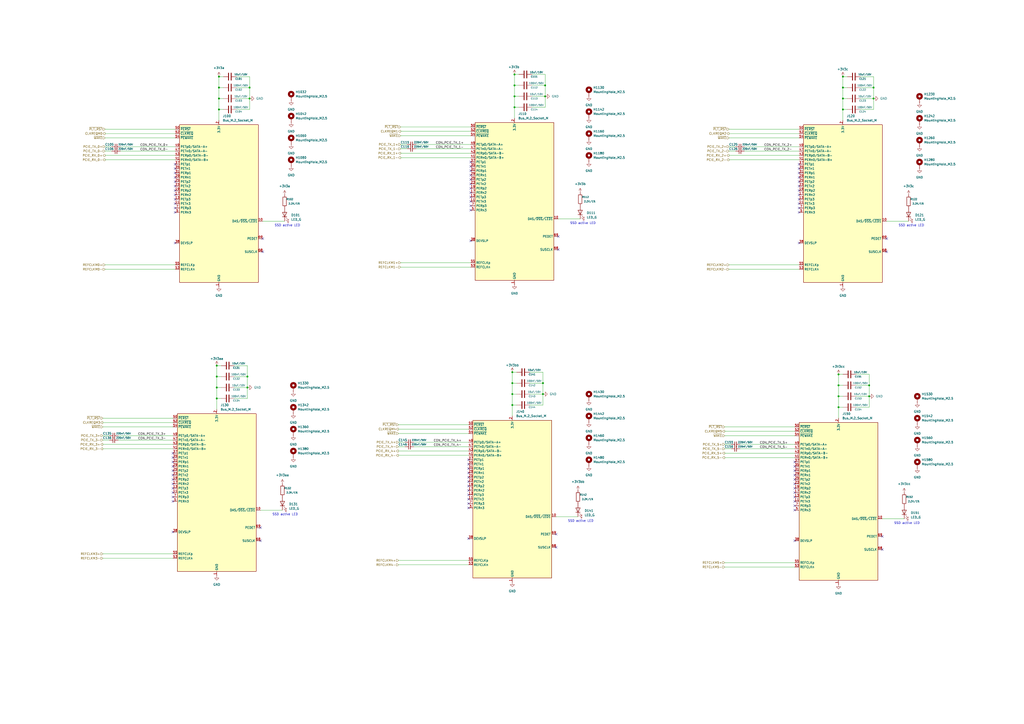
<source format=kicad_sch>
(kicad_sch (version 20231120) (generator "eeschema") (generator_version "8.0")
  (paper "A2")
  (title_block (title "nvme Carrier for LattePanda Mu") (date "2024-07-13") (rev "V1.0"))
  (junction (at 297.18 228.6))
  (junction (at 127 44.45))
  (junction (at 486.41 217.17))
  (junction (at 127 50.8))
  (junction (at 127 57.15))
  (junction (at 125.73 224.79))
  (junction (at 316.23 55.88))
  (junction (at 506.73 57.15))
  (junction (at 127 63.5))
  (junction (at 314.96 228.6))
  (junction (at 143.51 218.44))
  (junction (at 297.18 222.25))
  (junction (at 298.45 62.23))
  (junction (at 298.45 43.18))
  (junction (at 125.73 218.44))
  (junction (at 488.95 57.15))
  (junction (at 488.95 50.8))
  (junction (at 486.41 229.87))
  (junction (at 298.45 49.53))
  (junction (at 125.73 231.14))
  (junction (at 486.41 223.52))
  (junction (at 144.78 50.8))
  (junction (at 486.41 236.22))
  (junction (at 504.19 229.87))
  (junction (at 314.96 222.25))
  (junction (at 144.78 57.15))
  (junction (at 143.51 224.79))
  (junction (at 297.18 234.95))
  (junction (at 506.73 50.8))
  (junction (at 488.95 44.45))
  (junction (at 297.18 215.9))
  (junction (at 316.23 49.53))
  (junction (at 504.19 223.52))
  (junction (at 488.95 63.5))
  (junction (at 298.45 55.88))
  (junction (at 125.73 212.09))
  (no_connect (at 101.6 123.19))
  (no_connect (at 271.78 289.56))
  (no_connect (at 271.78 269.24))
  (no_connect (at 463.55 97.79))
  (no_connect (at 273.05 96.52))
  (no_connect (at 461.01 285.75))
  (no_connect (at 152.4 138.43))
  (no_connect (at 271.78 276.86))
  (no_connect (at 461.01 273.05))
  (no_connect (at 271.78 266.7))
  (no_connect (at 463.55 102.87))
  (no_connect (at 463.55 113.03))
  (no_connect (at 100.33 308.61))
  (no_connect (at 101.6 115.57))
  (no_connect (at 323.85 137.16))
  (no_connect (at 101.6 107.95))
  (no_connect (at 323.85 144.78))
  (no_connect (at 101.6 110.49))
  (no_connect (at 463.55 118.11))
  (no_connect (at 463.55 140.97))
  (no_connect (at 101.6 102.87))
  (no_connect (at 273.05 104.14))
  (no_connect (at 463.55 105.41))
  (no_connect (at 322.58 317.5))
  (no_connect (at 273.05 121.92))
  (no_connect (at 271.78 287.02))
  (no_connect (at 151.13 313.69))
  (no_connect (at 101.6 120.65))
  (no_connect (at 463.55 95.25))
  (no_connect (at 273.05 109.22))
  (no_connect (at 463.55 110.49))
  (no_connect (at 322.58 309.88))
  (no_connect (at 461.01 275.59))
  (no_connect (at 511.81 311.15))
  (no_connect (at 461.01 290.83))
  (no_connect (at 101.6 140.97))
  (no_connect (at 100.33 265.43))
  (no_connect (at 273.05 93.98))
  (no_connect (at 463.55 100.33))
  (no_connect (at 273.05 101.6))
  (no_connect (at 100.33 273.05))
  (no_connect (at 101.6 118.11))
  (no_connect (at 271.78 284.48))
  (no_connect (at 461.01 278.13))
  (no_connect (at 461.01 313.69))
  (no_connect (at 273.05 106.68))
  (no_connect (at 461.01 267.97))
  (no_connect (at 100.33 290.83))
  (no_connect (at 100.33 270.51))
  (no_connect (at 271.78 274.32))
  (no_connect (at 463.55 115.57))
  (no_connect (at 100.33 267.97))
  (no_connect (at 463.55 120.65))
  (no_connect (at 461.01 283.21))
  (no_connect (at 271.78 271.78))
  (no_connect (at 101.6 105.41))
  (no_connect (at 461.01 293.37))
  (no_connect (at 273.05 119.38))
  (no_connect (at 461.01 295.91))
  (no_connect (at 271.78 292.1))
  (no_connect (at 101.6 95.25))
  (no_connect (at 100.33 285.75))
  (no_connect (at 271.78 279.4))
  (no_connect (at 514.35 138.43))
  (no_connect (at 101.6 97.79))
  (no_connect (at 151.13 306.07))
  (no_connect (at 271.78 312.42))
  (no_connect (at 461.01 280.67))
  (no_connect (at 461.01 288.29))
  (no_connect (at 271.78 281.94))
  (no_connect (at 273.05 114.3))
  (no_connect (at 100.33 262.89))
  (no_connect (at 463.55 123.19))
  (no_connect (at 100.33 288.29))
  (no_connect (at 271.78 294.64))
  (no_connect (at 273.05 139.7))
  (no_connect (at 273.05 116.84))
  (no_connect (at 100.33 280.67))
  (no_connect (at 511.81 318.77))
  (no_connect (at 100.33 278.13))
  (no_connect (at 152.4 146.05))
  (no_connect (at 273.05 111.76))
  (no_connect (at 100.33 283.21))
  (no_connect (at 100.33 275.59))
  (no_connect (at 514.35 146.05))
  (no_connect (at 461.01 270.51))
  (no_connect (at 463.55 107.95))
  (no_connect (at 273.05 99.06))
  (no_connect (at 101.6 113.03))
  (no_connect (at 101.6 100.33))
  (wire (pts (xy 504.19 217.17) (xy 504.19 223.52)))
  (wire (pts (xy 308.61 49.53) (xy 316.23 49.53)))
  (wire (pts (xy 514.35 128.27) (xy 527.05 128.27)))
  (wire (pts (xy 125.73 231.14) (xy 125.73 237.49)))
  (wire (pts (xy 307.34 215.9) (xy 314.96 215.9)))
  (wire (pts (xy 298.45 49.53) (xy 298.45 55.88)))
  (wire (pts (xy 316.23 49.53) (xy 316.23 55.88)))
  (wire (pts (xy 59.69 257.81) (xy 100.33 257.81)))
  (wire (pts (xy 486.41 236.22) (xy 486.41 242.57)))
  (wire (pts (xy 144.78 50.8) (xy 144.78 57.15)))
  (wire (pts (xy 232.41 152.4) (xy 273.05 152.4)))
  (wire (pts (xy 491.49 63.5) (xy 488.95 63.5)))
  (wire (pts (xy 59.69 245.11) (xy 100.33 245.11)))
  (wire (pts (xy 431.8 85.09) (xy 463.55 85.09)))
  (wire (pts (xy 499.11 63.5) (xy 506.73 63.5)))
  (wire (pts (xy 422.91 77.47) (xy 463.55 77.47)))
  (wire (pts (xy 232.41 88.9) (xy 273.05 88.9)))
  (wire (pts (xy 68.58 252.73) (xy 100.33 252.73)))
  (wire (pts (xy 307.34 234.95) (xy 314.96 234.95)))
  (wire (pts (xy 298.45 62.23) (xy 298.45 68.58)))
  (wire (pts (xy 60.96 87.63) (xy 64.77 87.63)))
  (wire (pts (xy 299.72 234.95) (xy 297.18 234.95)))
  (wire (pts (xy 506.73 44.45) (xy 506.73 50.8)))
  (wire (pts (xy 420.37 257.81) (xy 424.18 257.81)))
  (wire (pts (xy 59.69 323.85) (xy 100.33 323.85)))
  (wire (pts (xy 297.18 222.25) (xy 299.72 222.25)))
  (wire (pts (xy 488.95 50.8) (xy 488.95 57.15)))
  (wire (pts (xy 314.96 222.25) (xy 314.96 228.6)))
  (wire (pts (xy 420.37 326.39) (xy 461.01 326.39)))
  (wire (pts (xy 429.26 260.35) (xy 461.01 260.35)))
  (wire (pts (xy 422.91 156.21) (xy 463.55 156.21)))
  (wire (pts (xy 499.11 57.15) (xy 506.73 57.15)))
  (wire (pts (xy 488.95 50.8) (xy 491.49 50.8)))
  (wire (pts (xy 486.41 229.87) (xy 486.41 236.22)))
  (wire (pts (xy 232.41 83.82) (xy 236.22 83.82)))
  (wire (pts (xy 127 63.5) (xy 127 69.85)))
  (wire (pts (xy 59.69 321.31) (xy 100.33 321.31)))
  (wire (pts (xy 420.37 328.93) (xy 461.01 328.93)))
  (wire (pts (xy 127 50.8) (xy 127 57.15)))
  (wire (pts (xy 316.23 43.18) (xy 316.23 49.53)))
  (wire (pts (xy 127 44.45) (xy 129.54 44.45)))
  (wire (pts (xy 59.69 260.35) (xy 100.33 260.35)))
  (wire (pts (xy 298.45 43.18) (xy 300.99 43.18)))
  (wire (pts (xy 59.69 247.65) (xy 100.33 247.65)))
  (wire (pts (xy 420.37 260.35) (xy 424.18 260.35)))
  (wire (pts (xy 232.41 154.94) (xy 273.05 154.94)))
  (wire (pts (xy 144.78 44.45) (xy 144.78 50.8)))
  (wire (pts (xy 129.54 57.15) (xy 127 57.15)))
  (wire (pts (xy 506.73 50.8) (xy 506.73 57.15)))
  (wire (pts (xy 499.11 44.45) (xy 506.73 44.45)))
  (wire (pts (xy 125.73 218.44) (xy 125.73 224.79)))
  (wire (pts (xy 420.37 265.43) (xy 461.01 265.43)))
  (wire (pts (xy 491.49 57.15) (xy 488.95 57.15)))
  (wire (pts (xy 297.18 228.6) (xy 297.18 234.95)))
  (wire (pts (xy 231.14 246.38) (xy 271.78 246.38)))
  (wire (pts (xy 137.16 50.8) (xy 144.78 50.8)))
  (wire (pts (xy 240.03 259.08) (xy 271.78 259.08)))
  (wire (pts (xy 129.54 63.5) (xy 127 63.5)))
  (wire (pts (xy 127 44.45) (xy 127 50.8)))
  (wire (pts (xy 231.14 259.08) (xy 234.95 259.08)))
  (wire (pts (xy 125.73 224.79) (xy 125.73 231.14)))
  (wire (pts (xy 60.96 74.93) (xy 101.6 74.93)))
  (wire (pts (xy 496.57 217.17) (xy 504.19 217.17)))
  (wire (pts (xy 232.41 73.66) (xy 273.05 73.66)))
  (wire (pts (xy 308.61 55.88) (xy 316.23 55.88)))
  (wire (pts (xy 60.96 85.09) (xy 64.77 85.09)))
  (wire (pts (xy 137.16 44.45) (xy 144.78 44.45)))
  (wire (pts (xy 60.96 80.01) (xy 101.6 80.01)))
  (wire (pts (xy 300.99 55.88) (xy 298.45 55.88)))
  (wire (pts (xy 300.99 62.23) (xy 298.45 62.23)))
  (wire (pts (xy 231.14 251.46) (xy 271.78 251.46)))
  (wire (pts (xy 299.72 228.6) (xy 297.18 228.6)))
  (wire (pts (xy 298.45 49.53) (xy 300.99 49.53)))
  (wire (pts (xy 422.91 80.01) (xy 463.55 80.01)))
  (wire (pts (xy 240.03 256.54) (xy 271.78 256.54)))
  (wire (pts (xy 504.19 236.22) (xy 504.19 229.87)))
  (wire (pts (xy 60.96 153.67) (xy 101.6 153.67)))
  (wire (pts (xy 231.14 327.66) (xy 271.78 327.66)))
  (wire (pts (xy 68.58 255.27) (xy 100.33 255.27)))
  (wire (pts (xy 135.89 224.79) (xy 143.51 224.79)))
  (wire (pts (xy 60.96 156.21) (xy 101.6 156.21)))
  (wire (pts (xy 420.37 252.73) (xy 461.01 252.73)))
  (wire (pts (xy 232.41 86.36) (xy 236.22 86.36)))
  (wire (pts (xy 60.96 92.71) (xy 101.6 92.71)))
  (wire (pts (xy 297.18 222.25) (xy 297.18 228.6)))
  (wire (pts (xy 297.18 215.9) (xy 299.72 215.9)))
  (wire (pts (xy 232.41 78.74) (xy 273.05 78.74)))
  (wire (pts (xy 486.41 217.17) (xy 486.41 223.52)))
  (wire (pts (xy 486.41 217.17) (xy 488.95 217.17)))
  (wire (pts (xy 128.27 224.79) (xy 125.73 224.79)))
  (wire (pts (xy 488.95 229.87) (xy 486.41 229.87)))
  (wire (pts (xy 511.81 300.99) (xy 524.51 300.99)))
  (wire (pts (xy 488.95 236.22) (xy 486.41 236.22)))
  (wire (pts (xy 422.91 153.67) (xy 463.55 153.67)))
  (wire (pts (xy 297.18 215.9) (xy 297.18 222.25)))
  (wire (pts (xy 504.19 223.52) (xy 504.19 229.87)))
  (wire (pts (xy 59.69 242.57) (xy 100.33 242.57)))
  (wire (pts (xy 420.37 262.89) (xy 461.01 262.89)))
  (wire (pts (xy 422.91 85.09) (xy 426.72 85.09)))
  (wire (pts (xy 60.96 90.17) (xy 101.6 90.17)))
  (wire (pts (xy 297.18 234.95) (xy 297.18 241.3)))
  (wire (pts (xy 488.95 63.5) (xy 488.95 69.85)))
  (wire (pts (xy 431.8 87.63) (xy 463.55 87.63)))
  (wire (pts (xy 488.95 44.45) (xy 488.95 50.8)))
  (wire (pts (xy 241.3 83.82) (xy 273.05 83.82)))
  (wire (pts (xy 60.96 77.47) (xy 101.6 77.47)))
  (wire (pts (xy 125.73 212.09) (xy 125.73 218.44)))
  (wire (pts (xy 488.95 44.45) (xy 491.49 44.45)))
  (wire (pts (xy 420.37 250.19) (xy 461.01 250.19)))
  (wire (pts (xy 127 50.8) (xy 129.54 50.8)))
  (wire (pts (xy 506.73 63.5) (xy 506.73 57.15)))
  (wire (pts (xy 151.13 295.91) (xy 163.83 295.91)))
  (wire (pts (xy 152.4 128.27) (xy 165.1 128.27)))
  (wire (pts (xy 135.89 231.14) (xy 143.51 231.14)))
  (wire (pts (xy 232.41 76.2) (xy 273.05 76.2)))
  (wire (pts (xy 125.73 218.44) (xy 128.27 218.44)))
  (wire (pts (xy 125.73 212.09) (xy 128.27 212.09)))
  (wire (pts (xy 488.95 57.15) (xy 488.95 63.5)))
  (wire (pts (xy 232.41 91.44) (xy 273.05 91.44)))
  (wire (pts (xy 135.89 212.09) (xy 143.51 212.09)))
  (wire (pts (xy 143.51 231.14) (xy 143.51 224.79)))
  (wire (pts (xy 307.34 222.25) (xy 314.96 222.25)))
  (wire (pts (xy 231.14 261.62) (xy 271.78 261.62)))
  (wire (pts (xy 137.16 57.15) (xy 144.78 57.15)))
  (wire (pts (xy 143.51 212.09) (xy 143.51 218.44)))
  (wire (pts (xy 496.57 229.87) (xy 504.19 229.87)))
  (wire (pts (xy 241.3 86.36) (xy 273.05 86.36)))
  (wire (pts (xy 422.91 92.71) (xy 463.55 92.71)))
  (wire (pts (xy 59.69 255.27) (xy 63.5 255.27)))
  (wire (pts (xy 231.14 264.16) (xy 271.78 264.16)))
  (wire (pts (xy 323.85 127) (xy 336.55 127)))
  (wire (pts (xy 231.14 256.54) (xy 234.95 256.54)))
  (wire (pts (xy 422.91 90.17) (xy 463.55 90.17)))
  (wire (pts (xy 298.45 55.88) (xy 298.45 62.23)))
  (wire (pts (xy 128.27 231.14) (xy 125.73 231.14)))
  (wire (pts (xy 69.85 85.09) (xy 101.6 85.09)))
  (wire (pts (xy 314.96 234.95) (xy 314.96 228.6)))
  (wire (pts (xy 135.89 218.44) (xy 143.51 218.44)))
  (wire (pts (xy 486.41 223.52) (xy 486.41 229.87)))
  (wire (pts (xy 422.91 87.63) (xy 426.72 87.63)))
  (wire (pts (xy 496.57 223.52) (xy 504.19 223.52)))
  (wire (pts (xy 496.57 236.22) (xy 504.19 236.22)))
  (wire (pts (xy 486.41 223.52) (xy 488.95 223.52)))
  (wire (pts (xy 429.26 257.81) (xy 461.01 257.81)))
  (wire (pts (xy 137.16 63.5) (xy 144.78 63.5)))
  (wire (pts (xy 231.14 325.12) (xy 271.78 325.12)))
  (wire (pts (xy 298.45 43.18) (xy 298.45 49.53)))
  (wire (pts (xy 308.61 43.18) (xy 316.23 43.18)))
  (wire (pts (xy 420.37 247.65) (xy 461.01 247.65)))
  (wire (pts (xy 127 57.15) (xy 127 63.5)))
  (wire (pts (xy 314.96 215.9) (xy 314.96 222.25)))
  (wire (pts (xy 143.51 218.44) (xy 143.51 224.79)))
  (wire (pts (xy 316.23 62.23) (xy 316.23 55.88)))
  (wire (pts (xy 499.11 50.8) (xy 506.73 50.8)))
  (wire (pts (xy 307.34 228.6) (xy 314.96 228.6)))
  (wire (pts (xy 144.78 63.5) (xy 144.78 57.15)))
  (wire (pts (xy 59.69 252.73) (xy 63.5 252.73)))
  (wire (pts (xy 231.14 248.92) (xy 271.78 248.92)))
  (wire (pts (xy 69.85 87.63) (xy 101.6 87.63)))
  (wire (pts (xy 308.61 62.23) (xy 316.23 62.23)))
  (wire (pts (xy 422.91 74.93) (xy 463.55 74.93)))
  (wire (pts (xy 322.58 299.72) (xy 335.28 299.72)))
  (text "SSD active LED" (at 157.988 299.212 0) (effects (font (size 1.27 1.27)) (justify left bottom)))
  (text "SSD active LED" (at 159.258 131.572 0) (effects (font (size 1.27 1.27)) (justify left bottom)))
  (text "SSD active LED" (at 329.438 303.022 0) (effects (font (size 1.27 1.27)) (justify left bottom)))
  (text "SSD active LED" (at 518.668 304.292 0) (effects (font (size 1.27 1.27)) (justify left bottom)))
  (text "SSD active LED" (at 521.208 131.572 0) (effects (font (size 1.27 1.27)) (justify left bottom)))
  (text "SSD active LED" (at 330.708 130.302 0) (effects (font (size 1.27 1.27)) (justify left bottom)))
  (label "CON_PCIE_TX_0-" (at 81.28 87.63 0))
  (label "CON_PCIE_TX_4+" (at 251.46 256.54 0))
  (label "CON_PCIE_TX_0+" (at 81.28 85.09 0))
  (label "CON_PCIE_TX_5-" (at 440.69 260.35 0))
  (label "CON_PCIE_TX_1+" (at 252.73 83.82 0))
  (label "CON_PCIE_TX_5+" (at 440.69 257.81 0))
  (label "CON_PCIE_TX_2-" (at 443.23 87.63 0))
  (label "CON_PCIE_TX_2+" (at 443.23 85.09 0))
  (label "CON_PCIE_TX_3+" (at 80.01 252.73 0))
  (label "CON_PCIE_TX_4-" (at 251.46 259.08 0))
  (label "CON_PCIE_TX_3-" (at 80.01 255.27 0))
  (label "CON_PCIE_TX_1-" (at 252.73 86.36 0))
  (hierarchical_label "REFCLKM0+" (shape input) (at 60.96 153.67 180))
  (hierarchical_label "CLKREQM0" (shape output) (at 60.96 77.47 180))
  (hierarchical_label "PCIE_TX_5-" (shape input) (at 420.37 260.35 180))
  (hierarchical_label "PCIE_RX_5+" (shape output) (at 420.37 262.89 180))
  (hierarchical_label "CLKREQM1" (shape output) (at 232.41 76.2 180))
  (hierarchical_label "CLKREQM5" (shape output) (at 420.37 250.19 180))
  (hierarchical_label "CLKREQM4" (shape output) (at 231.14 248.92 180))
  (hierarchical_label "~{PLT_RST}" (shape input) (at 232.41 73.66 180))
  (hierarchical_label "~{WAKE}" (shape input) (at 422.91 80.01 180))
  (hierarchical_label "CLKREQM3" (shape output) (at 59.69 245.11 180))
  (hierarchical_label "PCIE_RX_3-" (shape output) (at 59.69 260.35 180))
  (hierarchical_label "PCIE_TX_1+" (shape input) (at 232.41 83.82 180))
  (hierarchical_label "PCIE_TX_2-" (shape input) (at 422.91 87.63 180))
  (hierarchical_label "PCIE_RX_0+" (shape output) (at 60.96 90.17 180))
  (hierarchical_label "~{PLT_RST}" (shape input) (at 420.37 247.65 180))
  (hierarchical_label "~{WAKE}" (shape input) (at 232.41 78.74 180))
  (hierarchical_label "REFCLKM2+" (shape input) (at 422.91 153.67 180))
  (hierarchical_label "~{PLT_RST}" (shape input) (at 59.69 242.57 180))
  (hierarchical_label "REFCLKM1-" (shape input) (at 232.41 154.94 180))
  (hierarchical_label "PCIE_RX_5-" (shape output) (at 420.37 265.43 180))
  (hierarchical_label "~{WAKE}" (shape input) (at 231.14 251.46 180))
  (hierarchical_label "PCIE_RX_2+" (shape output) (at 422.91 90.17 180))
  (hierarchical_label "PCIE_TX_3+" (shape input) (at 59.69 252.73 180))
  (hierarchical_label "PCIE_RX_1+" (shape output) (at 232.41 88.9 180))
  (hierarchical_label "PCIE_RX_4+" (shape output) (at 231.14 261.62 180))
  (hierarchical_label "PCIE_TX_4+" (shape input) (at 231.14 256.54 180))
  (hierarchical_label "PCIE_TX_4-" (shape input) (at 231.14 259.08 180))
  (hierarchical_label "PCIE_RX_0-" (shape output) (at 60.96 92.71 180))
  (hierarchical_label "~{PLT_RST}" (shape input) (at 422.91 74.93 180))
  (hierarchical_label "REFCLKM3-" (shape input) (at 59.69 323.85 180))
  (hierarchical_label "~{WAKE}" (shape input) (at 60.96 80.01 180))
  (hierarchical_label "REFCLKM5-" (shape input) (at 420.37 328.93 180))
  (hierarchical_label "PCIE_TX_0+" (shape input) (at 60.96 85.09 180))
  (hierarchical_label "PCIE_RX_2-" (shape output) (at 422.91 92.71 180))
  (hierarchical_label "REFCLKM1+" (shape input) (at 232.41 152.4 180))
  (hierarchical_label "~{WAKE}" (shape input) (at 420.37 252.73 180))
  (hierarchical_label "~{WAKE}" (shape input) (at 59.69 247.65 180))
  (hierarchical_label "PCIE_TX_0-" (shape input) (at 60.96 87.63 180))
  (hierarchical_label "PCIE_RX_1-" (shape output) (at 232.41 91.44 180))
  (hierarchical_label "REFCLKM5+" (shape input) (at 420.37 326.39 180))
  (hierarchical_label "REFCLKM4-" (shape input) (at 231.14 327.66 180))
  (hierarchical_label "REFCLKM3+" (shape input) (at 59.69 321.31 180))
  (hierarchical_label "REFCLKM4+" (shape input) (at 231.14 325.12 180))
  (hierarchical_label "PCIE_TX_3-" (shape input) (at 59.69 255.27 180))
  (hierarchical_label "PCIE_TX_5+" (shape input) (at 420.37 257.81 180))
  (hierarchical_label "REFCLKM2-" (shape input) (at 422.91 156.21 180))
  (hierarchical_label "PCIE_RX_3+" (shape output) (at 59.69 257.81 180))
  (hierarchical_label "~{PLT_RST}" (shape input) (at 60.96 74.93 180))
  (hierarchical_label "PCIE_RX_4-" (shape output) (at 231.14 264.16 180))
  (hierarchical_label "~{PLT_RST}" (shape input) (at 231.14 246.38 180))
  (hierarchical_label "PCIE_TX_2+" (shape input) (at 422.91 85.09 180))
  (hierarchical_label "CLKREQM2" (shape output) (at 422.91 77.47 180))
  (hierarchical_label "PCIE_TX_1-" (shape input) (at 232.41 86.36 180))
  (hierarchical_label "REFCLKM0-" (shape input) (at 60.96 156.21 180))
  (symbol (lib_id "Connector:Bus_M.2_Socket_M") (at 127 118.11 0) (unit 1)
    (property "Reference" "J100" (at 129.1941 67.31 0) (effects (justify left)))
    (property "Value" "Bus_M.2_Socket_M" (at 129.1941 69.85 0) (effects (justify left)))
    (property "Footprint" "A_HDJ_Library:PCIe_M.2_Connectors_P=0.5mm_H=4.2mm_KeyM" (effects (hide yes)))
    (property "Datasheet" "https://www.te.com/de/product-1-2199230-5.datasheet.pdf" (effects (hide yes)))
    (property "MPN" "1-2199230-5" (effects (hide yes)))
  )
  (symbol (lib_id "power:GND") (at 314.96 228.6 90) (unit 1)
    (property "Reference" "#PWR0141" (effects (hide yes)))
    (property "Value" "GND" (at 318.77 228.6 90) (effects (justify right)))
  )
  (symbol (lib_id "Device:C") (at 492.76 217.17 270) (unit 1)
    (property "Reference" "C151" (at 497.84 218.44 90) (effects (font (size 1 1))))
    (property "Value" "10uF/10V" (at 499.11 215.9 90) (effects (font (size 1 1))))
    (property "Footprint" "A_HDJ_Library:C_0402_1005Metric" (effects (hide yes)))
    (property "Datasheet" "https://wmsc.lcsc.com/wmsc/upload/file/pdf/v2/lcsc/2312201433_Samsung-Electro-Mechanics-CL05A106MP5NUNC_C315248.pdf" (effects (hide yes)))
    (property "SCH_Show_Footprint" "C0402" (effects (hide yes)))
    (property "MPN" "CL05A106MP5NUNC" (effects (hide yes)))
  )
  (symbol (lib_id "Device:C") (at 133.35 63.5 270) (unit 1)
    (property "Reference" "C104" (at 138.43 64.77 90) (effects (font (size 1 1))))
    (property "Value" "100nF/50V" (at 139.7 62.23 90) (effects (font (size 1 1))))
    (property "Footprint" "A_HDJ_Library:C_0402_1005Metric" (effects (hide yes)))
    (property "Datasheet" "https://wmsc.lcsc.com/wmsc/upload/file/pdf/v2/lcsc/1809272047_Murata-Electronics-GRM155R71H104KE14D_C77020.pdf" (effects (hide yes)))
    (property "SCH_Show_Footprint" "C0402" (effects (hide yes)))
    (property "MPN" "GRM155R71H104KE14D" (effects (hide yes)))
  )
  (symbol (lib_id "power:+3V3") (at 486.41 217.17 0) (unit 1)
    (property "Reference" "#PWR0145" (effects (hide yes)))
    (property "Value" "+3V3cc" (at 482.6 212.598 0) (effects (justify left)))
  )
  (symbol (lib_id "Mechanical:MountingHole_Pad") (at 532.13 231.14 0) (unit 1) (in_bom no)
    (property "Reference" "H1530" (at 534.67 228.6 0) (effects (justify left)))
    (property "Value" "MountingHole_M2.5" (at 534.67 231.14 0) (effects (justify left)))
    (property "Footprint" "MountingHole:MountingHole_2.7mm_M2.5_DIN965_Pad_TopBottom" (effects (hide yes)))
  )
  (symbol (lib_id "Device:C") (at 303.53 234.95 270) (unit 1)
    (property "Reference" "C144" (at 308.61 236.22 90) (effects (font (size 1 1))))
    (property "Value" "100nF/50V" (at 309.88 233.68 90) (effects (font (size 1 1))))
    (property "Footprint" "A_HDJ_Library:C_0402_1005Metric" (effects (hide yes)))
    (property "Datasheet" "https://wmsc.lcsc.com/wmsc/upload/file/pdf/v2/lcsc/1809272047_Murata-Electronics-GRM155R71H104KE14D_C77020.pdf" (effects (hide yes)))
    (property "SCH_Show_Footprint" "C0402" (effects (hide yes)))
    (property "MPN" "GRM155R71H104KE14D" (effects (hide yes)))
  )
  (symbol (lib_id "Mechanical:MountingHole_Pad") (at 533.4 95.25 0) (unit 1) (in_bom no)
    (property "Reference" "H1280" (at 535.94 92.7099 0) (effects (justify left)))
    (property "Value" "MountingHole_M2.5" (at 535.94 95.2499 0) (effects (justify left)))
    (property "Footprint" "MountingHole:MountingHole_2.7mm_M2.5_DIN965_Pad_TopBottom" (effects (hide yes)))
  )
  (symbol (lib_id "Mechanical:MountingHole_Pad") (at 341.63 242.57 0) (unit 1) (in_bom no)
    (property "Reference" "H1442" (at 344.17 240.0299 0) (effects (justify left)))
    (property "Value" "MountingHole_M2.5" (at 344.17 242.5699 0) (effects (justify left)))
    (property "Footprint" "MountingHole:MountingHole_2.7mm_M2.5_DIN965_Pad_TopBottom" (effects (hide yes)))
  )
  (symbol (lib_id "power:GND") (at 168.91 83.82 0) (unit 1) (in_bom no)
    (property "Reference" "#PWR0157" (effects (hide yes)))
    (property "Value" "GND" (at 168.91 88.9 0))
  )
  (symbol (lib_id "power:GND") (at 504.19 229.87 90) (unit 1)
    (property "Reference" "#PWR0147" (effects (hide yes)))
    (property "Value" "GND" (at 508 229.87 90) (effects (justify right)))
  )
  (symbol (lib_id "power:GND") (at 533.4 85.09 0) (unit 1) (in_bom no)
    (property "Reference" "#PWR0165" (effects (hide yes)))
    (property "Value" "GND" (at 533.4 90.17 0))
  )
  (symbol (lib_id "Device:R") (at 336.55 115.57 180) (unit 1)
    (property "Reference" "R112" (at 341.63 114.3 0) (effects (font (size 1 1)) (justify left)))
    (property "Value" "2.2K/1%" (at 345.44 116.84 0) (effects (font (size 1 1)) (justify left)))
    (property "Footprint" "A_HDJ_Library:R_0402_1005Metric" (effects (hide yes)))
    (property "Datasheet" "https://wmsc.lcsc.com/wmsc/upload/file/pdf/v2/lcsc/2304140030_YAGEO-RC0402FR-072K2L_C114762.pdf" (effects (hide yes)))
    (property "MPN" "RC0402FR-072K2L" (effects (hide yes)))
  )
  (symbol (lib_id "Device:C_Small") (at 238.76 86.36 90) (unit 1)
    (property "Reference" "C116" (at 237.49 85.09 90) (effects (justify left)))
    (property "Value" "220nF/50V" (at 240.03 85.09 90) (effects (font (size 1 1)) (justify right)))
    (property "Footprint" "A_HDJ_Library:C_0402_1005Metric" (effects (hide yes)))
    (property "Datasheet" "https://wmsc.lcsc.com/wmsc/upload/file/pdf/v2/lcsc/2209081730_Murata-Electronics-GRM155R61H224KE01D_C5159775.pdf" (effects (hide yes)))
    (property "SCH_Show_Footprint" "C0402" (effects (hide yes)))
    (property "MPN" "GRM155R61H224KE01D" (effects (hide yes)))
    (instances (project "nvme Carrier for LattePanda Mu" (path "" (reference "C116") (unit 1))) (project "LPM-PCIeEx" (path "" (reference "C?") (unit 1))))
  )
  (symbol (lib_id "Device:C") (at 492.76 223.52 270) (unit 1)
    (property "Reference" "C152" (at 497.84 224.79 90) (effects (font (size 1 1))))
    (property "Value" "100nF/50V" (at 499.11 222.25 90) (effects (font (size 1 1))))
    (property "Footprint" "A_HDJ_Library:C_0402_1005Metric" (effects (hide yes)))
    (property "Datasheet" "https://wmsc.lcsc.com/wmsc/upload/file/pdf/v2/lcsc/1809272047_Murata-Electronics-GRM155R71H104KE14D_C77020.pdf" (effects (hide yes)))
    (property "SCH_Show_Footprint" "C0402" (effects (hide yes)))
    (property "MPN" "GRM155R71H104KE14D" (effects (hide yes)))
  )
  (symbol (lib_id "Device:C_Small") (at 66.04 255.27 90) (unit 1)
    (property "Reference" "C136" (at 64.77 254 90) (effects (justify left)))
    (property "Value" "220nF/50V" (at 67.31 254 90) (effects (font (size 1 1)) (justify right)))
    (property "Footprint" "A_HDJ_Library:C_0402_1005Metric" (effects (hide yes)))
    (property "Datasheet" "https://wmsc.lcsc.com/wmsc/upload/file/pdf/v2/lcsc/2209081730_Murata-Electronics-GRM155R61H224KE01D_C5159775.pdf" (effects (hide yes)))
    (property "SCH_Show_Footprint" "C0402" (effects (hide yes)))
    (property "MPN" "GRM155R61H224KE01D" (effects (hide yes)))
  )
  (symbol (lib_id "Device:C") (at 495.3 57.15 270) (unit 1)
    (property "Reference" "C123" (at 500.38 58.42 90) (effects (font (size 1 1))))
    (property "Value" "10uF/10V" (at 501.65 55.88 90) (effects (font (size 1 1))))
    (property "Footprint" "A_HDJ_Library:C_0402_1005Metric" (effects (hide yes)))
    (property "Datasheet" "https://wmsc.lcsc.com/wmsc/upload/file/pdf/v2/lcsc/2312201433_Samsung-Electro-Mechanics-CL05A106MP5NUNC_C315248.pdf" (effects (hide yes)))
    (property "SCH_Show_Footprint" "C0402" (effects (hide yes)))
    (property "MPN" "CL05A106MP5NUNC" (effects (hide yes)))
  )
  (symbol (lib_id "power:+3V3") (at 165.1 113.03 0) (unit 1)
    (property "Reference" "#PWR0124" (effects (hide yes)))
    (property "Value" "+3V3a" (at 165.1 107.95 0))
  )
  (symbol (lib_id "power:GND") (at 168.91 58.42 0) (unit 1) (in_bom no)
    (property "Reference" "#PWR070" (effects (hide yes)))
    (property "Value" "GND" (at 168.91 63.5 0))
  )
  (symbol (lib_id "power:+3V3") (at 335.28 284.48 0) (unit 1)
    (property "Reference" "#PWR0142" (effects (hide yes)))
    (property "Value" "+3V3bb" (at 335.28 279.4 0))
  )
  (symbol (lib_id "Connector:Bus_M.2_Socket_M") (at 486.41 290.83 0) (unit 1)
    (property "Reference" "J150" (at 488.6041 240.03 0) (effects (justify left)))
    (property "Value" "Bus_M.2_Socket_M" (at 488.6041 242.57 0) (effects (justify left)))
    (property "Footprint" "A_HDJ_Library:PCIe_M.2_Connectors_P=0.5mm_H=4.2mm_KeyM" (effects (hide yes)))
    (property "Datasheet" "https://www.te.com/de/product-1-2199230-5.datasheet.pdf" (effects (hide yes)))
    (property "MPN" "1-2199230-5" (effects (hide yes)))
  )
  (symbol (lib_id "Device:C") (at 304.8 55.88 270) (unit 1)
    (property "Reference" "C113" (at 309.88 57.15 90) (effects (font (size 1 1))))
    (property "Value" "10uF/10V" (at 311.15 54.61 90) (effects (font (size 1 1))))
    (property "Footprint" "A_HDJ_Library:C_0402_1005Metric" (effects (hide yes)))
    (property "Datasheet" "https://wmsc.lcsc.com/wmsc/upload/file/pdf/v2/lcsc/2312201433_Samsung-Electro-Mechanics-CL05A106MP5NUNC_C315248.pdf" (effects (hide yes)))
    (property "SCH_Show_Footprint" "C0402" (effects (hide yes)))
    (property "MPN" "CL05A106MP5NUNC" (effects (hide yes)))
  )
  (symbol (lib_id "Connector:Bus_M.2_Socket_M") (at 125.73 285.75 0) (unit 1)
    (property "Reference" "J130" (at 127.9241 234.95 0) (effects (justify left)))
    (property "Value" "Bus_M.2_Socket_M" (at 127.9241 237.49 0) (effects (justify left)))
    (property "Footprint" "A_HDJ_Library:PCIe_M.2_Connectors_P=0.5mm_H=4.2mm_KeyM" (effects (hide yes)))
    (property "Datasheet" "https://www.te.com/de/product-1-2199230-5.datasheet.pdf" (effects (hide yes)))
    (property "MPN" "1-2199230-5" (effects (hide yes)))
  )
  (symbol (lib_id "Device:C") (at 133.35 44.45 270) (unit 1)
    (property "Reference" "C101" (at 138.43 45.72 90) (effects (font (size 1 1))))
    (property "Value" "10uF/10V" (at 139.7 43.18 90) (effects (font (size 1 1))))
    (property "Footprint" "A_HDJ_Library:C_0402_1005Metric" (effects (hide yes)))
    (property "Datasheet" "https://wmsc.lcsc.com/wmsc/upload/file/pdf/v2/lcsc/2312201433_Samsung-Electro-Mechanics-CL05A106MP5NUNC_C315248.pdf" (effects (hide yes)))
    (property "SCH_Show_Footprint" "C0402" (effects (hide yes)))
    (property "MPN" "CL05A106MP5NUNC" (effects (hide yes)))
  )
  (symbol (lib_id "power:GND") (at 170.18 240.03 0) (unit 1) (in_bom no)
    (property "Reference" "#PWR0168" (effects (hide yes)))
    (property "Value" "GND" (at 170.18 245.11 0))
  )
  (symbol (lib_id "Device:C") (at 132.08 224.79 270) (unit 1)
    (property "Reference" "C133" (at 137.16 226.06 90) (effects (font (size 1 1))))
    (property "Value" "10uF/10V" (at 138.43 223.52 90) (effects (font (size 1 1))))
    (property "Footprint" "A_HDJ_Library:C_0402_1005Metric" (effects (hide yes)))
    (property "Datasheet" "https://wmsc.lcsc.com/wmsc/upload/file/pdf/v2/lcsc/2312201433_Samsung-Electro-Mechanics-CL05A106MP5NUNC_C315248.pdf" (effects (hide yes)))
    (property "SCH_Show_Footprint" "C0402" (effects (hide yes)))
    (property "MPN" "CL05A106MP5NUNC" (effects (hide yes)))
  )
  (symbol (lib_id "Device:LED") (at 335.28 295.91 90) (unit 1)
    (property "Reference" "D141" (at 339.09 296.2274 90) (effects (justify right)))
    (property "Value" "LED_G" (at 339.09 298.7674 90) (effects (justify right)))
    (property "Footprint" "A_HDJ_Library:LED_0603_1608Metric" (effects (hide yes)))
    (property "Datasheet" "https://wmsc.lcsc.com/wmsc/upload/file/pdf/v2/lcsc/1912111437_Yongyu-Photoelectric-SZYY0603YG_C434423.pdf" (effects (hide yes)))
    (property "SCH_Show_Footprint" "LED0603" (effects (hide yes)))
    (property "MPN" "SZYY0603YG" (effects (hide yes)))
  )
  (symbol (lib_id "Mechanical:MountingHole_Pad") (at 341.63 267.97 0) (unit 1) (in_bom no)
    (property "Reference" "H1480" (at 344.17 265.4299 0) (effects (justify left)))
    (property "Value" "MountingHole_M2.5" (at 344.17 267.9699 0) (effects (justify left)))
    (property "Footprint" "MountingHole:MountingHole_2.7mm_M2.5_DIN965_Pad_TopBottom" (effects (hide yes)))
  )
  (symbol (lib_id "power:GND") (at 170.18 265.43 0) (unit 1) (in_bom no)
    (property "Reference" "#PWR0170" (effects (hide yes)))
    (property "Value" "GND" (at 170.18 270.51 0))
  )
  (symbol (lib_id "power:GND") (at 168.91 96.52 0) (unit 1) (in_bom no)
    (property "Reference" "#PWR0158" (effects (hide yes)))
    (property "Value" "GND" (at 168.91 101.6 0))
  )
  (symbol (lib_id "power:GND") (at 316.23 55.88 90) (unit 1)
    (property "Reference" "#PWR067" (effects (hide yes)))
    (property "Value" "GND" (at 320.04 55.88 90) (effects (justify right)))
  )
  (symbol (lib_id "Mechanical:MountingHole_Pad") (at 168.91 93.98 0) (unit 1) (in_bom no)
    (property "Reference" "H1080" (at 171.45 91.4399 0) (effects (justify left)))
    (property "Value" "MountingHole_M2.5" (at 171.45 93.9799 0) (effects (justify left)))
    (property "Footprint" "MountingHole:MountingHole_2.7mm_M2.5_DIN965_Pad_TopBottom" (effects (hide yes)))
  )
  (symbol (lib_id "Device:LED") (at 336.55 123.19 90) (unit 1)
    (property "Reference" "D111" (at 340.36 123.5074 90) (effects (justify right)))
    (property "Value" "LED_G" (at 340.36 126.0474 90) (effects (justify right)))
    (property "Footprint" "A_HDJ_Library:LED_0603_1608Metric" (effects (hide yes)))
    (property "Datasheet" "https://wmsc.lcsc.com/wmsc/upload/file/pdf/v2/lcsc/1912111437_Yongyu-Photoelectric-SZYY0603YG_C434423.pdf" (effects (hide yes)))
    (property "SCH_Show_Footprint" "LED0603" (effects (hide yes)))
    (property "MPN" "SZYY0603YG" (effects (hide yes)))
  )
  (symbol (lib_id "power:GND") (at 341.63 93.98 0) (unit 1) (in_bom no)
    (property "Reference" "#PWR0162" (effects (hide yes)))
    (property "Value" "GND" (at 341.63 99.06 0))
  )
  (symbol (lib_id "power:GND") (at 532.13 233.68 0) (unit 1) (in_bom no)
    (property "Reference" "#PWR0175" (effects (hide yes)))
    (property "Value" "GND" (at 532.13 238.76 0))
  )
  (symbol (lib_id "Mechanical:MountingHole_Pad") (at 341.63 53.34 0) (unit 1) (in_bom no)
    (property "Reference" "H1130" (at 344.17 50.8 0) (effects (justify left)))
    (property "Value" "MountingHole_M2.5" (at 344.17 53.34 0) (effects (justify left)))
    (property "Footprint" "MountingHole:MountingHole_2.7mm_M2.5_DIN965_Pad_TopBottom" (effects (hide yes)))
  )
  (symbol (lib_id "Mechanical:MountingHole_Pad") (at 532.13 256.54 0) (unit 1) (in_bom no)
    (property "Reference" "H1560" (at 534.67 253.9999 0) (effects (justify left)))
    (property "Value" "MountingHole_M2.5" (at 534.67 256.5399 0) (effects (justify left)))
    (property "Footprint" "MountingHole:MountingHole_2.7mm_M2.5_DIN965_Pad_TopBottom" (effects (hide yes)))
  )
  (symbol (lib_id "power:+3V3") (at 524.51 285.75 0) (unit 1)
    (property "Reference" "#PWR0148" (effects (hide yes)))
    (property "Value" "+3V3cc" (at 524.51 280.67 0))
  )
  (symbol (lib_id "Device:R") (at 163.83 284.48 180) (unit 1)
    (property "Reference" "R132" (at 168.91 283.21 0) (effects (font (size 1 1)) (justify left)))
    (property "Value" "2.2K/1%" (at 172.72 285.75 0) (effects (font (size 1 1)) (justify left)))
    (property "Footprint" "A_HDJ_Library:R_0402_1005Metric" (effects (hide yes)))
    (property "Datasheet" "https://wmsc.lcsc.com/wmsc/upload/file/pdf/v2/lcsc/2304140030_YAGEO-RC0402FR-072K2L_C114762.pdf" (effects (hide yes)))
    (property "MPN" "RC0402FR-072K2L" (effects (hide yes)))
  )
  (symbol (lib_id "power:GND") (at 532.13 271.78 0) (unit 1) (in_bom no)
    (property "Reference" "#PWR0178" (effects (hide yes)))
    (property "Value" "GND" (at 532.13 276.86 0))
  )
  (symbol (lib_id "Device:C") (at 133.35 50.8 270) (unit 1)
    (property "Reference" "C102" (at 138.43 52.07 90) (effects (font (size 1 1))))
    (property "Value" "100nF/50V" (at 139.7 49.53 90) (effects (font (size 1 1))))
    (property "Footprint" "A_HDJ_Library:C_0402_1005Metric" (effects (hide yes)))
    (property "Datasheet" "https://wmsc.lcsc.com/wmsc/upload/file/pdf/v2/lcsc/1809272047_Murata-Electronics-GRM155R71H104KE14D_C77020.pdf" (effects (hide yes)))
    (property "SCH_Show_Footprint" "C0402" (effects (hide yes)))
    (property "MPN" "GRM155R71H104KE14D" (effects (hide yes)))
  )
  (symbol (lib_id "power:GND") (at 168.91 71.12 0) (unit 1) (in_bom no)
    (property "Reference" "#PWR071" (effects (hide yes)))
    (property "Value" "GND" (at 168.91 76.2 0))
  )
  (symbol (lib_id "power:GND") (at 486.41 339.09 0) (unit 1)
    (property "Reference" "#PWR0146" (effects (hide yes)))
    (property "Value" "GND" (at 486.41 344.17 0))
  )
  (symbol (lib_id "power:GND") (at 488.95 166.37 0) (unit 1)
    (property "Reference" "#PWR0128" (effects (hide yes)))
    (property "Value" "GND" (at 488.95 171.45 0))
  )
  (symbol (lib_id "Device:C") (at 303.53 215.9 270) (unit 1)
    (property "Reference" "C141" (at 308.61 217.17 90) (effects (font (size 1 1))))
    (property "Value" "10uF/10V" (at 309.88 214.63 90) (effects (font (size 1 1))))
    (property "Footprint" "A_HDJ_Library:C_0402_1005Metric" (effects (hide yes)))
    (property "Datasheet" "https://wmsc.lcsc.com/wmsc/upload/file/pdf/v2/lcsc/2312201433_Samsung-Electro-Mechanics-CL05A106MP5NUNC_C315248.pdf" (effects (hide yes)))
    (property "SCH_Show_Footprint" "C0402" (effects (hide yes)))
    (property "MPN" "CL05A106MP5NUNC" (effects (hide yes)))
  )
  (symbol (lib_id "Device:R") (at 524.51 289.56 180) (unit 1)
    (property "Reference" "R152" (at 529.59 288.29 0) (effects (font (size 1 1)) (justify left)))
    (property "Value" "2.2K/1%" (at 533.4 290.83 0) (effects (font (size 1 1)) (justify left)))
    (property "Footprint" "A_HDJ_Library:R_0402_1005Metric" (effects (hide yes)))
    (property "Datasheet" "https://wmsc.lcsc.com/wmsc/upload/file/pdf/v2/lcsc/2304140030_YAGEO-RC0402FR-072K2L_C114762.pdf" (effects (hide yes)))
    (property "MPN" "RC0402FR-072K2L" (effects (hide yes)))
  )
  (symbol (lib_id "Device:C") (at 492.76 236.22 270) (unit 1)
    (property "Reference" "C154" (at 497.84 237.49 90) (effects (font (size 1 1))))
    (property "Value" "100nF/50V" (at 499.11 234.95 90) (effects (font (size 1 1))))
    (property "Footprint" "A_HDJ_Library:C_0402_1005Metric" (effects (hide yes)))
    (property "Datasheet" "https://wmsc.lcsc.com/wmsc/upload/file/pdf/v2/lcsc/1809272047_Murata-Electronics-GRM155R71H104KE14D_C77020.pdf" (effects (hide yes)))
    (property "SCH_Show_Footprint" "C0402" (effects (hide yes)))
    (property "MPN" "GRM155R71H104KE14D" (effects (hide yes)))
  )
  (symbol (lib_id "power:GND") (at 532.13 259.08 0) (unit 1) (in_bom no)
    (property "Reference" "#PWR0177" (effects (hide yes)))
    (property "Value" "GND" (at 532.13 264.16 0))
  )
  (symbol (lib_id "power:GND") (at 341.63 81.28 0) (unit 1) (in_bom no)
    (property "Reference" "#PWR0161" (effects (hide yes)))
    (property "Value" "GND" (at 341.63 86.36 0))
  )
  (symbol (lib_id "Device:C") (at 304.8 49.53 270) (unit 1)
    (property "Reference" "C112" (at 309.88 50.8 90) (effects (font (size 1 1))))
    (property "Value" "100nF/50V" (at 311.15 48.26 90) (effects (font (size 1 1))))
    (property "Footprint" "A_HDJ_Library:C_0402_1005Metric" (effects (hide yes)))
    (property "Datasheet" "https://wmsc.lcsc.com/wmsc/upload/file/pdf/v2/lcsc/1809272047_Murata-Electronics-GRM155R71H104KE14D_C77020.pdf" (effects (hide yes)))
    (property "SCH_Show_Footprint" "C0402" (effects (hide yes)))
    (property "MPN" "GRM155R71H104KE14D" (effects (hide yes)))
  )
  (symbol (lib_id "Device:C") (at 132.08 218.44 270) (unit 1)
    (property "Reference" "C132" (at 137.16 219.71 90) (effects (font (size 1 1))))
    (property "Value" "100nF/50V" (at 138.43 217.17 90) (effects (font (size 1 1))))
    (property "Footprint" "A_HDJ_Library:C_0402_1005Metric" (effects (hide yes)))
    (property "Datasheet" "https://wmsc.lcsc.com/wmsc/upload/file/pdf/v2/lcsc/1809272047_Murata-Electronics-GRM155R71H104KE14D_C77020.pdf" (effects (hide yes)))
    (property "SCH_Show_Footprint" "C0402" (effects (hide yes)))
    (property "MPN" "GRM155R71H104KE14D" (effects (hide yes)))
  )
  (symbol (lib_id "power:GND") (at 298.45 165.1 0) (unit 1)
    (property "Reference" "#PWR066" (effects (hide yes)))
    (property "Value" "GND" (at 298.45 170.18 0))
  )
  (symbol (lib_id "Device:C_Small") (at 429.26 85.09 90) (unit 1)
    (property "Reference" "C125" (at 427.99 83.82 90) (effects (justify left)))
    (property "Value" "220nF/50V" (at 430.53 83.82 90) (effects (font (size 1 1)) (justify right)))
    (property "Footprint" "A_HDJ_Library:C_0402_1005Metric" (effects (hide yes)))
    (property "Datasheet" "https://wmsc.lcsc.com/wmsc/upload/file/pdf/v2/lcsc/2209081730_Murata-Electronics-GRM155R61H224KE01D_C5159775.pdf" (effects (hide yes)))
    (property "SCH_Show_Footprint" "C0402" (effects (hide yes)))
    (property "MPN" "GRM155R61H224KE01D" (effects (hide yes)))
  )
  (symbol (lib_id "power:GND") (at 341.63 68.58 0) (unit 1) (in_bom no)
    (property "Reference" "#PWR0160" (effects (hide yes)))
    (property "Value" "GND" (at 341.63 73.66 0))
  )
  (symbol (lib_id "Mechanical:MountingHole_Pad") (at 170.18 250.19 0) (unit 1) (in_bom no)
    (property "Reference" "H1360" (at 172.72 247.6499 0) (effects (justify left)))
    (property "Value" "MountingHole_M2.5" (at 172.72 250.1899 0) (effects (justify left)))
    (property "Footprint" "MountingHole:MountingHole_2.7mm_M2.5_DIN965_Pad_TopBottom" (effects (hide yes)))
  )
  (symbol (lib_id "Connector:Bus_M.2_Socket_M") (at 297.18 289.56 0) (unit 1)
    (property "Reference" "J140" (at 299.3741 238.76 0) (effects (justify left)))
    (property "Value" "Bus_M.2_Socket_M" (at 299.3741 241.3 0) (effects (justify left)))
    (property "Footprint" "A_HDJ_Library:PCIe_M.2_Connectors_P=0.5mm_H=4.2mm_KeyM" (effects (hide yes)))
    (property "Datasheet" "https://www.te.com/de/product-1-2199230-5.datasheet.pdf" (effects (hide yes)))
    (property "MPN" "1-2199230-5" (effects (hide yes)))
  )
  (symbol (lib_id "Mechanical:MountingHole_Pad") (at 532.13 269.24 0) (unit 1) (in_bom no)
    (property "Reference" "H1580" (at 534.67 266.6999 0) (effects (justify left)))
    (property "Value" "MountingHole_M2.5" (at 534.67 269.2399 0) (effects (justify left)))
    (property "Footprint" "MountingHole:MountingHole_2.7mm_M2.5_DIN965_Pad_TopBottom" (effects (hide yes)))
  )
  (symbol (lib_id "Mechanical:MountingHole_Pad") (at 170.18 237.49 0) (unit 1) (in_bom no)
    (property "Reference" "H1342" (at 172.72 234.9499 0) (effects (justify left)))
    (property "Value" "MountingHole_M2.5" (at 172.72 237.4899 0) (effects (justify left)))
    (property "Footprint" "MountingHole:MountingHole_2.7mm_M2.5_DIN965_Pad_TopBottom" (effects (hide yes)))
  )
  (symbol (lib_id "Mechanical:MountingHole_Pad") (at 532.13 243.84 0) (unit 1) (in_bom no)
    (property "Reference" "H1542" (at 534.67 241.2999 0) (effects (justify left)))
    (property "Value" "MountingHole_M2.5" (at 534.67 243.8399 0) (effects (justify left)))
    (property "Footprint" "MountingHole:MountingHole_2.7mm_M2.5_DIN965_Pad_TopBottom" (effects (hide yes)))
  )
  (symbol (lib_id "power:GND") (at 144.78 57.15 90) (unit 1)
    (property "Reference" "#PWR0123" (effects (hide yes)))
    (property "Value" "GND" (at 148.59 57.15 90) (effects (justify right)))
  )
  (symbol (lib_id "power:GND") (at 341.63 270.51 0) (unit 1) (in_bom no)
    (property "Reference" "#PWR0174" (effects (hide yes)))
    (property "Value" "GND" (at 341.63 275.59 0))
  )
  (symbol (lib_id "Device:LED") (at 524.51 297.18 90) (unit 1)
    (property "Reference" "D151" (at 528.32 297.4974 90) (effects (justify right)))
    (property "Value" "LED_G" (at 528.32 300.0374 90) (effects (justify right)))
    (property "Footprint" "A_HDJ_Library:LED_0603_1608Metric" (effects (hide yes)))
    (property "Datasheet" "https://wmsc.lcsc.com/wmsc/upload/file/pdf/v2/lcsc/1912111437_Yongyu-Photoelectric-SZYY0603YG_C434423.pdf" (effects (hide yes)))
    (property "SCH_Show_Footprint" "LED0603" (effects (hide yes)))
    (property "MPN" "SZYY0603YG" (effects (hide yes)))
  )
  (symbol (lib_id "power:+3V3") (at 163.83 280.67 0) (unit 1)
    (property "Reference" "#PWR0136" (effects (hide yes)))
    (property "Value" "+3V3aa" (at 163.83 275.59 0))
  )
  (symbol (lib_id "power:GND") (at 341.63 257.81 0) (unit 1) (in_bom no)
    (property "Reference" "#PWR0173" (effects (hide yes)))
    (property "Value" "GND" (at 341.63 262.89 0))
  )
  (symbol (lib_id "Device:C_Small") (at 238.76 83.82 90) (unit 1)
    (property "Reference" "C115" (at 237.49 82.55 90) (effects (justify left)))
    (property "Value" "220nF/50V" (at 240.03 82.55 90) (effects (font (size 1 1)) (justify right)))
    (property "Footprint" "A_HDJ_Library:C_0402_1005Metric" (effects (hide yes)))
    (property "Datasheet" "https://wmsc.lcsc.com/wmsc/upload/file/pdf/v2/lcsc/2209081730_Murata-Electronics-GRM155R61H224KE01D_C5159775.pdf" (effects (hide yes)))
    (property "SCH_Show_Footprint" "C0402" (effects (hide yes)))
    (property "MPN" "GRM155R61H224KE01D" (effects (hide yes)))
    (instances (project "nvme Carrier for LattePanda Mu" (path "" (reference "C115") (unit 1))) (project "LPM-PCIeEx" (path "" (reference "C?") (unit 1))))
  )
  (symbol (lib_id "Device:LED") (at 165.1 124.46 90) (unit 1)
    (property "Reference" "D101" (at 168.91 124.7774 90) (effects (justify right)))
    (property "Value" "LED_G" (at 168.91 127.3174 90) (effects (justify right)))
    (property "Footprint" "A_HDJ_Library:LED_0603_1608Metric" (effects (hide yes)))
    (property "Datasheet" "https://wmsc.lcsc.com/wmsc/upload/file/pdf/v2/lcsc/1912111437_Yongyu-Photoelectric-SZYY0603YG_C434423.pdf" (effects (hide yes)))
    (property "SCH_Show_Footprint" "LED0603" (effects (hide yes)))
    (property "MPN" "SZYY0603YG" (effects (hide yes)))
  )
  (symbol (lib_id "Device:LED") (at 527.05 124.46 90) (unit 1)
    (property "Reference" "D121" (at 530.86 124.7774 90) (effects (justify right)))
    (property "Value" "LED_G" (at 530.86 127.3174 90) (effects (justify right)))
    (property "Footprint" "A_HDJ_Library:LED_0603_1608Metric" (effects (hide yes)))
    (property "Datasheet" "https://wmsc.lcsc.com/wmsc/upload/file/pdf/v2/lcsc/1912111437_Yongyu-Photoelectric-SZYY0603YG_C434423.pdf" (effects (hide yes)))
    (property "SCH_Show_Footprint" "LED0603" (effects (hide yes)))
    (property "MPN" "SZYY0603YG" (effects (hide yes)))
  )
  (symbol (lib_id "power:GND") (at 341.63 55.88 0) (unit 1) (in_bom no)
    (property "Reference" "#PWR0159" (effects (hide yes)))
    (property "Value" "GND" (at 341.63 60.96 0))
  )
  (symbol (lib_id "Mechanical:MountingHole_Pad") (at 170.18 262.89 0) (unit 1) (in_bom no)
    (property "Reference" "H1380" (at 172.72 260.3499 0) (effects (justify left)))
    (property "Value" "MountingHole_M2.5" (at 172.72 262.8899 0) (effects (justify left)))
    (property "Footprint" "MountingHole:MountingHole_2.7mm_M2.5_DIN965_Pad_TopBottom" (effects (hide yes)))
  )
  (symbol (lib_id "Mechanical:MountingHole_Pad") (at 341.63 91.44 0) (unit 1) (in_bom no)
    (property "Reference" "H1180" (at 344.17 88.8999 0) (effects (justify left)))
    (property "Value" "MountingHole_M2.5" (at 344.17 91.4399 0) (effects (justify left)))
    (property "Footprint" "MountingHole:MountingHole_2.7mm_M2.5_DIN965_Pad_TopBottom" (effects (hide yes)))
  )
  (symbol (lib_id "Mechanical:MountingHole_Pad") (at 168.91 68.58 0) (unit 1) (in_bom no)
    (property "Reference" "H1042" (at 171.45 66.0399 0) (effects (justify left)))
    (property "Value" "MountingHole_M2.5" (at 171.45 68.5799 0) (effects (justify left)))
    (property "Footprint" "MountingHole:MountingHole_2.7mm_M2.5_DIN965_Pad_TopBottom" (effects (hide yes)))
  )
  (symbol (lib_id "power:GND") (at 533.4 72.39 0) (unit 1) (in_bom no)
    (property "Reference" "#PWR0164" (effects (hide yes)))
    (property "Value" "GND" (at 533.4 77.47 0))
  )
  (symbol (lib_id "Device:C_Small") (at 237.49 259.08 90) (unit 1)
    (property "Reference" "C146" (at 236.22 257.81 90) (effects (justify left)))
    (property "Value" "220nF/50V" (at 238.76 257.81 90) (effects (font (size 1 1)) (justify right)))
    (property "Footprint" "A_HDJ_Library:C_0402_1005Metric" (effects (hide yes)))
    (property "Datasheet" "https://wmsc.lcsc.com/wmsc/upload/file/pdf/v2/lcsc/2209081730_Murata-Electronics-GRM155R61H224KE01D_C5159775.pdf" (effects (hide yes)))
    (property "SCH_Show_Footprint" "C0402" (effects (hide yes)))
    (property "MPN" "GRM155R61H224KE01D" (effects (hide yes)))
  )
  (symbol (lib_id "Device:C") (at 495.3 63.5 270) (unit 1)
    (property "Reference" "C124" (at 500.38 64.77 90) (effects (font (size 1 1))))
    (property "Value" "100nF/50V" (at 501.65 62.23 90) (effects (font (size 1 1))))
    (property "Footprint" "A_HDJ_Library:C_0402_1005Metric" (effects (hide yes)))
    (property "Datasheet" "https://wmsc.lcsc.com/wmsc/upload/file/pdf/v2/lcsc/1809272047_Murata-Electronics-GRM155R71H104KE14D_C77020.pdf" (effects (hide yes)))
    (property "SCH_Show_Footprint" "C0402" (effects (hide yes)))
    (property "MPN" "GRM155R71H104KE14D" (effects (hide yes)))
  )
  (symbol (lib_id "Device:C_Small") (at 67.31 85.09 90) (unit 1)
    (property "Reference" "C105" (at 66.04 83.82 90) (effects (justify left)))
    (property "Value" "220nF/50V" (at 68.58 83.82 90) (effects (font (size 1 1)) (justify right)))
    (property "Footprint" "A_HDJ_Library:C_0402_1005Metric" (effects (hide yes)))
    (property "Datasheet" "https://wmsc.lcsc.com/wmsc/upload/file/pdf/v2/lcsc/2209081730_Murata-Electronics-GRM155R61H224KE01D_C5159775.pdf" (effects (hide yes)))
    (property "SCH_Show_Footprint" "C0402" (effects (hide yes)))
    (property "MPN" "GRM155R61H224KE01D" (effects (hide yes)))
  )
  (symbol (lib_id "power:GND") (at 533.4 59.69 0) (unit 1) (in_bom no)
    (property "Reference" "#PWR0163" (effects (hide yes)))
    (property "Value" "GND" (at 533.4 64.77 0))
  )
  (symbol (lib_id "power:+3V3") (at 125.73 212.09 0) (unit 1)
    (property "Reference" "#PWR0133" (effects (hide yes)))
    (property "Value" "+3V3aa" (at 121.92 208.026 0) (effects (justify left)))
  )
  (symbol (lib_id "power:+3V3") (at 488.95 44.45 0) (unit 1)
    (property "Reference" "#PWR0127" (effects (hide yes)))
    (property "Value" "+3V3c" (at 485.648 40.132 0) (effects (justify left)))
  )
  (symbol (lib_id "Device:C_Small") (at 426.72 257.81 90) (unit 1)
    (property "Reference" "C155" (at 425.45 256.54 90) (effects (justify left)))
    (property "Value" "220nF/50V" (at 427.99 256.54 90) (effects (font (size 1 1)) (justify right)))
    (property "Footprint" "A_HDJ_Library:C_0402_1005Metric" (effects (hide yes)))
    (property "Datasheet" "https://wmsc.lcsc.com/wmsc/upload/file/pdf/v2/lcsc/2209081730_Murata-Electronics-GRM155R61H224KE01D_C5159775.pdf" (effects (hide yes)))
    (property "SCH_Show_Footprint" "C0402" (effects (hide yes)))
    (property "MPN" "GRM155R61H224KE01D" (effects (hide yes)))
  )
  (symbol (lib_id "Mechanical:MountingHole_Pad") (at 168.91 55.88 0) (unit 1) (in_bom no)
    (property "Reference" "H1032" (at 171.45 53.34 0) (effects (justify left)))
    (property "Value" "MountingHole_M2.5" (at 171.45 55.88 0) (effects (justify left)))
    (property "Footprint" "MountingHole:MountingHole_2.7mm_M2.5_DIN965_Pad_TopBottom" (effects (hide yes)))
  )
  (symbol (lib_id "Connector:Bus_M.2_Socket_M") (at 298.45 116.84 0) (unit 1)
    (property "Reference" "J110" (at 300.6441 66.04 0) (effects (justify left)))
    (property "Value" "Bus_M.2_Socket_M" (at 300.6441 68.58 0) (effects (justify left)))
    (property "Footprint" "A_HDJ_Library:PCIe_M.2_Connectors_P=0.5mm_H=4.2mm_KeyM" (effects (hide yes)))
    (property "Datasheet" "https://www.te.com/de/product-1-2199230-5.datasheet.pdf" (effects (hide yes)))
    (property "MPN" "1-2199230-5" (effects (hide yes)))
  )
  (symbol (lib_id "Connector:Bus_M.2_Socket_M") (at 488.95 118.11 0) (unit 1)
    (property "Reference" "J120" (at 491.1441 67.31 0) (effects (justify left)))
    (property "Value" "Bus_M.2_Socket_M" (at 491.1441 69.85 0) (effects (justify left)))
    (property "Footprint" "A_HDJ_Library:PCIe_M.2_Connectors_P=0.5mm_H=4.2mm_KeyM" (effects (hide yes)))
    (property "Datasheet" "https://www.te.com/de/product-1-2199230-5.datasheet.pdf" (effects (hide yes)))
    (property "MPN" "1-2199230-5" (effects (hide yes)))
  )
  (symbol (lib_id "Device:C_Small") (at 67.31 87.63 90) (unit 1)
    (property "Reference" "C106" (at 66.04 86.36 90) (effects (justify left)))
    (property "Value" "220nF/50V" (at 68.58 86.36 90) (effects (font (size 1 1)) (justify right)))
    (property "Footprint" "A_HDJ_Library:C_0402_1005Metric" (effects (hide yes)))
    (property "Datasheet" "https://wmsc.lcsc.com/wmsc/upload/file/pdf/v2/lcsc/2209081730_Murata-Electronics-GRM155R61H224KE01D_C5159775.pdf" (effects (hide yes)))
    (property "SCH_Show_Footprint" "C0402" (effects (hide yes)))
    (property "MPN" "GRM155R61H224KE01D" (effects (hide yes)))
  )
  (symbol (lib_id "Device:R") (at 165.1 116.84 180) (unit 1)
    (property "Reference" "R102" (at 170.18 115.57 0) (effects (font (size 1 1)) (justify left)))
    (property "Value" "2.2K/1%" (at 173.99 118.11 0) (effects (font (size 1 1)) (justify left)))
    (property "Footprint" "A_HDJ_Library:R_0402_1005Metric" (effects (hide yes)))
    (property "Datasheet" "https://wmsc.lcsc.com/wmsc/upload/file/pdf/v2/lcsc/2304140030_YAGEO-RC0402FR-072K2L_C114762.pdf" (effects (hide yes)))
    (property "MPN" "RC0402FR-072K2L" (effects (hide yes)))
  )
  (symbol (lib_id "Device:C_Small") (at 426.72 260.35 90) (unit 1)
    (property "Reference" "C156" (at 425.45 259.08 90) (effects (justify left)))
    (property "Value" "220nF/50V" (at 427.99 259.08 90) (effects (font (size 1 1)) (justify right)))
    (property "Footprint" "A_HDJ_Library:C_0402_1005Metric" (effects (hide yes)))
    (property "Datasheet" "https://wmsc.lcsc.com/wmsc/upload/file/pdf/v2/lcsc/2209081730_Murata-Electronics-GRM155R61H224KE01D_C5159775.pdf" (effects (hide yes)))
    (property "SCH_Show_Footprint" "C0402" (effects (hide yes)))
    (property "MPN" "GRM155R61H224KE01D" (effects (hide yes)))
  )
  (symbol (lib_id "Device:C") (at 304.8 62.23 270) (unit 1)
    (property "Reference" "C114" (at 309.88 63.5 90) (effects (font (size 1 1))))
    (property "Value" "100nF/50V" (at 311.15 60.96 90) (effects (font (size 1 1))))
    (property "Footprint" "A_HDJ_Library:C_0402_1005Metric" (effects (hide yes)))
    (property "Datasheet" "https://wmsc.lcsc.com/wmsc/upload/file/pdf/v2/lcsc/1809272047_Murata-Electronics-GRM155R71H104KE14D_C77020.pdf" (effects (hide yes)))
    (property "SCH_Show_Footprint" "C0402" (effects (hide yes)))
    (property "MPN" "GRM155R71H104KE14D" (effects (hide yes)))
  )
  (symbol (lib_id "Device:C_Small") (at 66.04 252.73 90) (unit 1)
    (property "Reference" "C135" (at 64.77 251.46 90) (effects (justify left)))
    (property "Value" "220nF/50V" (at 67.31 251.46 90) (effects (font (size 1 1)) (justify right)))
    (property "Footprint" "A_HDJ_Library:C_0402_1005Metric" (effects (hide yes)))
    (property "Datasheet" "https://wmsc.lcsc.com/wmsc/upload/file/pdf/v2/lcsc/2209081730_Murata-Electronics-GRM155R61H224KE01D_C5159775.pdf" (effects (hide yes)))
    (property "SCH_Show_Footprint" "C0402" (effects (hide yes)))
    (property "MPN" "GRM155R61H224KE01D" (effects (hide yes)))
  )
  (symbol (lib_id "power:GND") (at 341.63 232.41 0) (unit 1) (in_bom no)
    (property "Reference" "#PWR0171" (effects (hide yes)))
    (property "Value" "GND" (at 341.63 237.49 0))
  )
  (symbol (lib_id "power:GND") (at 170.18 227.33 0) (unit 1) (in_bom no)
    (property "Reference" "#PWR0167" (effects (hide yes)))
    (property "Value" "GND" (at 170.18 232.41 0))
  )
  (symbol (lib_id "power:GND") (at 143.51 224.79 90) (unit 1)
    (property "Reference" "#PWR0135" (effects (hide yes)))
    (property "Value" "GND" (at 147.32 224.79 90) (effects (justify right)))
  )
  (symbol (lib_id "Device:C") (at 132.08 212.09 270) (unit 1)
    (property "Reference" "C131" (at 137.16 213.36 90) (effects (font (size 1 1))))
    (property "Value" "10uF/10V" (at 138.43 210.82 90) (effects (font (size 1 1))))
    (property "Footprint" "A_HDJ_Library:C_0402_1005Metric" (effects (hide yes)))
    (property "Datasheet" "https://wmsc.lcsc.com/wmsc/upload/file/pdf/v2/lcsc/2312201433_Samsung-Electro-Mechanics-CL05A106MP5NUNC_C315248.pdf" (effects (hide yes)))
    (property "SCH_Show_Footprint" "C0402" (effects (hide yes)))
    (property "MPN" "CL05A106MP5NUNC" (effects (hide yes)))
  )
  (symbol (lib_id "Mechanical:MountingHole_Pad") (at 168.91 81.28 0) (unit 1) (in_bom no)
    (property "Reference" "H1060" (at 171.45 78.7399 0) (effects (justify left)))
    (property "Value" "MountingHole_M2.5" (at 171.45 81.2799 0) (effects (justify left)))
    (property "Footprint" "MountingHole:MountingHole_2.7mm_M2.5_DIN965_Pad_TopBottom" (effects (hide yes)))
  )
  (symbol (lib_id "Mechanical:MountingHole_Pad") (at 341.63 229.87 0) (unit 1) (in_bom no)
    (property "Reference" "H1430" (at 344.17 227.33 0) (effects (justify left)))
    (property "Value" "MountingHole_M2.5" (at 344.17 229.87 0) (effects (justify left)))
    (property "Footprint" "MountingHole:MountingHole_2.7mm_M2.5_DIN965_Pad_TopBottom" (effects (hide yes)))
  )
  (symbol (lib_id "Device:C") (at 132.08 231.14 270) (unit 1)
    (property "Reference" "C134" (at 137.16 232.41 90) (effects (font (size 1 1))))
    (property "Value" "100nF/50V" (at 138.43 229.87 90) (effects (font (size 1 1))))
    (property "Footprint" "A_HDJ_Library:C_0402_1005Metric" (effects (hide yes)))
    (property "Datasheet" "https://wmsc.lcsc.com/wmsc/upload/file/pdf/v2/lcsc/1809272047_Murata-Electronics-GRM155R71H104KE14D_C77020.pdf" (effects (hide yes)))
    (property "SCH_Show_Footprint" "C0402" (effects (hide yes)))
    (property "MPN" "GRM155R71H104KE14D" (effects (hide yes)))
  )
  (symbol (lib_id "power:+3V3") (at 527.05 113.03 0) (unit 1)
    (property "Reference" "#PWR0130" (effects (hide yes)))
    (property "Value" "+3V3c" (at 527.05 107.95 0))
  )
  (symbol (lib_id "Device:C_Small") (at 237.49 256.54 90) (unit 1)
    (property "Reference" "C145" (at 236.22 255.27 90) (effects (justify left)))
    (property "Value" "220nF/50V" (at 238.76 255.27 90) (effects (font (size 1 1)) (justify right)))
    (property "Footprint" "A_HDJ_Library:C_0402_1005Metric" (effects (hide yes)))
    (property "Datasheet" "https://wmsc.lcsc.com/wmsc/upload/file/pdf/v2/lcsc/2209081730_Murata-Electronics-GRM155R61H224KE01D_C5159775.pdf" (effects (hide yes)))
    (property "SCH_Show_Footprint" "C0402" (effects (hide yes)))
    (property "MPN" "GRM155R61H224KE01D" (effects (hide yes)))
  )
  (symbol (lib_id "Mechanical:MountingHole_Pad") (at 341.63 255.27 0) (unit 1) (in_bom no)
    (property "Reference" "H1460" (at 344.17 252.7299 0) (effects (justify left)))
    (property "Value" "MountingHole_M2.5" (at 344.17 255.2699 0) (effects (justify left)))
    (property "Footprint" "MountingHole:MountingHole_2.7mm_M2.5_DIN965_Pad_TopBottom" (effects (hide yes)))
  )
  (symbol (lib_id "Device:C") (at 303.53 222.25 270) (unit 1)
    (property "Reference" "C142" (at 308.61 223.52 90) (effects (font (size 1 1))))
    (property "Value" "100nF/50V" (at 309.88 220.98 90) (effects (font (size 1 1))))
    (property "Footprint" "A_HDJ_Library:C_0402_1005Metric" (effects (hide yes)))
    (property "Datasheet" "https://wmsc.lcsc.com/wmsc/upload/file/pdf/v2/lcsc/1809272047_Murata-Electronics-GRM155R71H104KE14D_C77020.pdf" (effects (hide yes)))
    (property "SCH_Show_Footprint" "C0402" (effects (hide yes)))
    (property "MPN" "GRM155R71H104KE14D" (effects (hide yes)))
  )
  (symbol (lib_id "Device:LED") (at 163.83 292.1 90) (unit 1)
    (property "Reference" "D131" (at 167.64 292.4174 90) (effects (justify right)))
    (property "Value" "LED_G" (at 167.64 294.9574 90) (effects (justify right)))
    (property "Footprint" "A_HDJ_Library:LED_0603_1608Metric" (effects (hide yes)))
    (property "Datasheet" "https://wmsc.lcsc.com/wmsc/upload/file/pdf/v2/lcsc/1912111437_Yongyu-Photoelectric-SZYY0603YG_C434423.pdf" (effects (hide yes)))
    (property "SCH_Show_Footprint" "LED0603" (effects (hide yes)))
    (property "MPN" "SZYY0603YG" (effects (hide yes)))
  )
  (symbol (lib_id "power:+3V3") (at 297.18 215.9 0) (unit 1)
    (property "Reference" "#PWR0139" (effects (hide yes)))
    (property "Value" "+3V3bb" (at 293.37 211.836 0) (effects (justify left)))
  )
  (symbol (lib_id "Device:R") (at 527.05 116.84 180) (unit 1)
    (property "Reference" "R122" (at 532.13 115.57 0) (effects (font (size 1 1)) (justify left)))
    (property "Value" "2.2K/1%" (at 535.94 118.11 0) (effects (font (size 1 1)) (justify left)))
    (property "Footprint" "A_HDJ_Library:R_0402_1005Metric" (effects (hide yes)))
    (property "Datasheet" "https://wmsc.lcsc.com/wmsc/upload/file/pdf/v2/lcsc/2304140030_YAGEO-RC0402FR-072K2L_C114762.pdf" (effects (hide yes)))
    (property "MPN" "RC0402FR-072K2L" (effects (hide yes)))
  )
  (symbol (lib_id "Device:C") (at 303.53 228.6 270) (unit 1)
    (property "Reference" "C143" (at 308.61 229.87 90) (effects (font (size 1 1))))
    (property "Value" "10uF/10V" (at 309.88 227.33 90) (effects (font (size 1 1))))
    (property "Footprint" "A_HDJ_Library:C_0402_1005Metric" (effects (hide yes)))
    (property "Datasheet" "https://wmsc.lcsc.com/wmsc/upload/file/pdf/v2/lcsc/2312201433_Samsung-Electro-Mechanics-CL05A106MP5NUNC_C315248.pdf" (effects (hide yes)))
    (property "SCH_Show_Footprint" "C0402" (effects (hide yes)))
    (property "MPN" "CL05A106MP5NUNC" (effects (hide yes)))
  )
  (symbol (lib_id "power:GND") (at 533.4 97.79 0) (unit 1) (in_bom no)
    (property "Reference" "#PWR0166" (effects (hide yes)))
    (property "Value" "GND" (at 533.4 102.87 0))
  )
  (symbol (lib_id "Device:C") (at 304.8 43.18 270) (unit 1)
    (property "Reference" "C111" (at 309.88 44.45 90) (effects (font (size 1 1))))
    (property "Value" "10uF/10V" (at 311.15 41.91 90) (effects (font (size 1 1))))
    (property "Footprint" "A_HDJ_Library:C_0402_1005Metric" (effects (hide yes)))
    (property "Datasheet" "https://wmsc.lcsc.com/wmsc/upload/file/pdf/v2/lcsc/2312201433_Samsung-Electro-Mechanics-CL05A106MP5NUNC_C315248.pdf" (effects (hide yes)))
    (property "SCH_Show_Footprint" "C0402" (effects (hide yes)))
    (property "MPN" "CL05A106MP5NUNC" (effects (hide yes)))
  )
  (symbol (lib_id "Mechanical:MountingHole_Pad") (at 341.63 78.74 0) (unit 1) (in_bom no)
    (property "Reference" "H1160" (at 344.17 76.1999 0) (effects (justify left)))
    (property "Value" "MountingHole_M2.5" (at 344.17 78.7399 0) (effects (justify left)))
    (property "Footprint" "MountingHole:MountingHole_2.7mm_M2.5_DIN965_Pad_TopBottom" (effects (hide yes)))
  )
  (symbol (lib_id "Device:C") (at 495.3 44.45 270) (unit 1)
    (property "Reference" "C121" (at 500.38 45.72 90) (effects (font (size 1 1))))
    (property "Value" "10uF/10V" (at 501.65 43.18 90) (effects (font (size 1 1))))
    (property "Footprint" "A_HDJ_Library:C_0402_1005Metric" (effects (hide yes)))
    (property "Datasheet" "https://wmsc.lcsc.com/wmsc/upload/file/pdf/v2/lcsc/2312201433_Samsung-Electro-Mechanics-CL05A106MP5NUNC_C315248.pdf" (effects (hide yes)))
    (property "SCH_Show_Footprint" "C0402" (effects (hide yes)))
    (property "MPN" "CL05A106MP5NUNC" (effects (hide yes)))
  )
  (symbol (lib_id "Mechanical:MountingHole_Pad") (at 533.4 82.55 0) (unit 1) (in_bom no)
    (property "Reference" "H1260" (at 535.94 80.0099 0) (effects (justify left)))
    (property "Value" "MountingHole_M2.5" (at 535.94 82.5499 0) (effects (justify left)))
    (property "Footprint" "MountingHole:MountingHole_2.7mm_M2.5_DIN965_Pad_TopBottom" (effects (hide yes)))
  )
  (symbol (lib_id "power:GND") (at 170.18 252.73 0) (unit 1) (in_bom no)
    (property "Reference" "#PWR0169" (effects (hide yes)))
    (property "Value" "GND" (at 170.18 257.81 0))
  )
  (symbol (lib_id "Mechanical:MountingHole_Pad") (at 170.18 224.79 0) (unit 1) (in_bom no)
    (property "Reference" "H1330" (at 172.72 222.25 0) (effects (justify left)))
    (property "Value" "MountingHole_M2.5" (at 172.72 224.79 0) (effects (justify left)))
    (property "Footprint" "MountingHole:MountingHole_2.7mm_M2.5_DIN965_Pad_TopBottom" (effects (hide yes)))
  )
  (symbol (lib_id "Device:C") (at 492.76 229.87 270) (unit 1)
    (property "Reference" "C153" (at 497.84 231.14 90) (effects (font (size 1 1))))
    (property "Value" "10uF/10V" (at 499.11 228.6 90) (effects (font (size 1 1))))
    (property "Footprint" "A_HDJ_Library:C_0402_1005Metric" (effects (hide yes)))
    (property "Datasheet" "https://wmsc.lcsc.com/wmsc/upload/file/pdf/v2/lcsc/2312201433_Samsung-Electro-Mechanics-CL05A106MP5NUNC_C315248.pdf" (effects (hide yes)))
    (property "SCH_Show_Footprint" "C0402" (effects (hide yes)))
    (property "MPN" "CL05A106MP5NUNC" (effects (hide yes)))
  )
  (symbol (lib_id "Device:C_Small") (at 429.26 87.63 90) (unit 1)
    (property "Reference" "C126" (at 427.99 86.36 90) (effects (justify left)))
    (property "Value" "220nF/50V" (at 430.53 86.36 90) (effects (font (size 1 1)) (justify right)))
    (property "Footprint" "A_HDJ_Library:C_0402_1005Metric" (effects (hide yes)))
    (property "Datasheet" "https://wmsc.lcsc.com/wmsc/upload/file/pdf/v2/lcsc/2209081730_Murata-Electronics-GRM155R61H224KE01D_C5159775.pdf" (effects (hide yes)))
    (property "SCH_Show_Footprint" "C0402" (effects (hide yes)))
    (property "MPN" "GRM155R61H224KE01D" (effects (hide yes)))
  )
  (symbol (lib_id "Device:R") (at 335.28 288.29 180) (unit 1)
    (property "Reference" "R142" (at 340.36 287.02 0) (effects (font (size 1 1)) (justify left)))
    (property "Value" "2.2K/1%" (at 344.17 289.56 0) (effects (font (size 1 1)) (justify left)))
    (property "Footprint" "A_HDJ_Library:R_0402_1005Metric" (effects (hide yes)))
    (property "Datasheet" "https://wmsc.lcsc.com/wmsc/upload/file/pdf/v2/lcsc/2304140030_YAGEO-RC0402FR-072K2L_C114762.pdf" (effects (hide yes)))
    (property "MPN" "RC0402FR-072K2L" (effects (hide yes)))
  )
  (symbol (lib_id "power:+3V3") (at 127 44.45 0) (unit 1)
    (property "Reference" "#PWR0121" (effects (hide yes)))
    (property "Value" "+3V3a" (at 127 39.37 0))
  )
  (symbol (lib_id "power:+3V3") (at 298.45 43.18 0) (unit 1)
    (property "Reference" "#PWR065" (effects (hide yes)))
    (property "Value" "+3V3b" (at 294.894 38.862 0) (effects (justify left)))
  )
  (symbol (lib_id "power:GND") (at 341.63 245.11 0) (unit 1) (in_bom no)
    (property "Reference" "#PWR0172" (effects (hide yes)))
    (property "Value" "GND" (at 341.63 250.19 0))
  )
  (symbol (lib_id "power:GND") (at 125.73 334.01 0) (unit 1)
    (property "Reference" "#PWR0134" (effects (hide yes)))
    (property "Value" "GND" (at 125.73 339.09 0))
  )
  (symbol (lib_id "power:GND") (at 506.73 57.15 90) (unit 1)
    (property "Reference" "#PWR0129" (effects (hide yes)))
    (property "Value" "GND" (at 510.54 57.15 90) (effects (justify right)))
  )
  (symbol (lib_id "Mechanical:MountingHole_Pad") (at 533.4 57.15 0) (unit 1) (in_bom no)
    (property "Reference" "H1230" (at 535.94 54.61 0) (effects (justify left)))
    (property "Value" "MountingHole_M2.5" (at 535.94 57.15 0) (effects (justify left)))
    (property "Footprint" "MountingHole:MountingHole_2.7mm_M2.5_DIN965_Pad_TopBottom" (effects (hide yes)))
  )
  (symbol (lib_id "Mechanical:MountingHole_Pad") (at 341.63 66.04 0) (unit 1) (in_bom no)
    (property "Reference" "H1142" (at 344.17 63.4999 0) (effects (justify left)))
    (property "Value" "MountingHole_M2.5" (at 344.17 66.0399 0) (effects (justify left)))
    (property "Footprint" "MountingHole:MountingHole_2.7mm_M2.5_DIN965_Pad_TopBottom" (effects (hide yes)))
  )
  (symbol (lib_id "power:GND") (at 297.18 337.82 0) (unit 1)
    (property "Reference" "#PWR0140" (effects (hide yes)))
    (property "Value" "GND" (at 297.18 342.9 0))
  )
  (symbol (lib_id "power:+3V3") (at 336.55 111.76 0) (unit 1)
    (property "Reference" "#PWR068" (effects (hide yes)))
    (property "Value" "+3V3b" (at 336.55 106.68 0))
  )
  (symbol (lib_id "power:GND") (at 127 166.37 0) (unit 1)
    (property "Reference" "#PWR0122" (effects (hide yes)))
    (property "Value" "GND" (at 127 171.45 0))
  )
  (symbol (lib_id "Device:C") (at 133.35 57.15 270) (unit 1)
    (property "Reference" "C103" (at 138.43 58.42 90) (effects (font (size 1 1))))
    (property "Value" "10uF/10V" (at 139.7 55.88 90) (effects (font (size 1 1))))
    (property "Footprint" "A_HDJ_Library:C_0402_1005Metric" (effects (hide yes)))
    (property "Datasheet" "https://wmsc.lcsc.com/wmsc/upload/file/pdf/v2/lcsc/2312201433_Samsung-Electro-Mechanics-CL05A106MP5NUNC_C315248.pdf" (effects (hide yes)))
    (property "SCH_Show_Footprint" "C0402" (effects (hide yes)))
    (property "MPN" "CL05A106MP5NUNC" (effects (hide yes)))
  )
  (symbol (lib_id "Mechanical:MountingHole_Pad") (at 533.4 69.85 0) (unit 1) (in_bom no)
    (property "Reference" "H1242" (at 535.94 67.3099 0) (effects (justify left)))
    (property "Value" "MountingHole_M2.5" (at 535.94 69.8499 0) (effects (justify left)))
    (property "Footprint" "MountingHole:MountingHole_2.7mm_M2.5_DIN965_Pad_TopBottom" (effects (hide yes)))
  )
  (symbol (lib_id "power:GND") (at 532.13 246.38 0) (unit 1) (in_bom no)
    (property "Reference" "#PWR0176" (effects (hide yes)))
    (property "Value" "GND" (at 532.13 251.46 0))
  )
  (symbol (lib_id "Device:C") (at 495.3 50.8 270) (unit 1)
    (property "Reference" "C122" (at 500.38 52.07 90) (effects (font (size 1 1))))
    (property "Value" "100nF/50V" (at 501.65 49.53 90) (effects (font (size 1 1))))
    (property "Footprint" "A_HDJ_Library:C_0402_1005Metric" (effects (hide yes)))
    (property "Datasheet" "https://wmsc.lcsc.com/wmsc/upload/file/pdf/v2/lcsc/1809272047_Murata-Electronics-GRM155R71H104KE14D_C77020.pdf" (effects (hide yes)))
    (property "SCH_Show_Footprint" "C0402" (effects (hide yes)))
    (property "MPN" "GRM155R71H104KE14D" (effects (hide yes)))
  )
)
</source>
